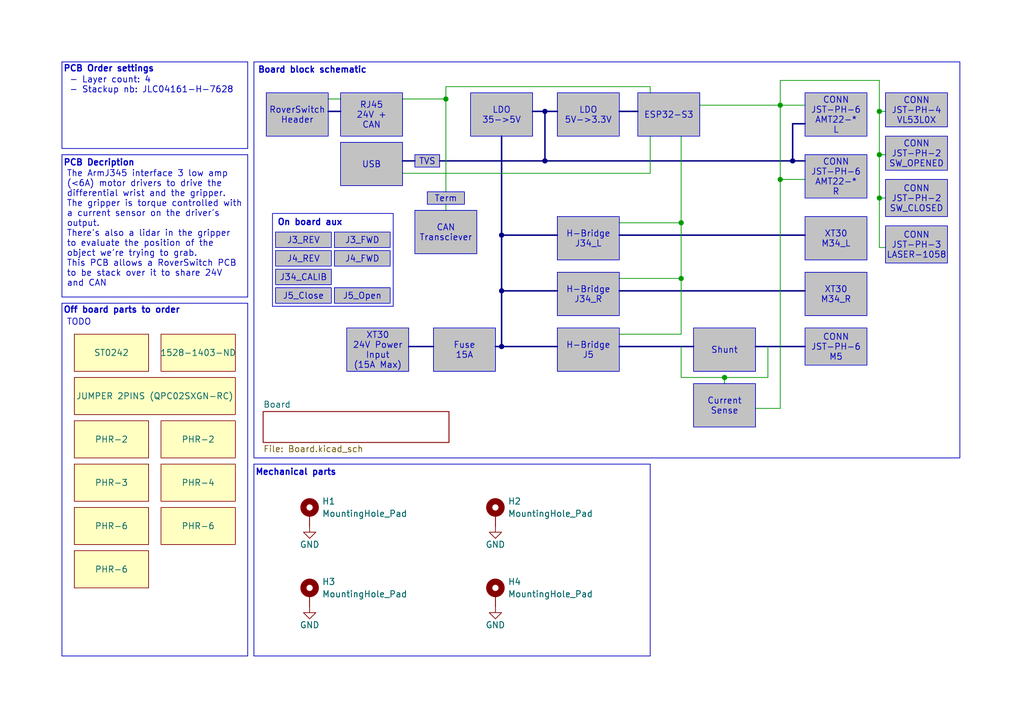
<source format=kicad_sch>
(kicad_sch (version 20231120) (generator "eeschema") (generator_version "8.0")
  (paper "A5")
  (title_block (title "${PROJECTNAME}") (date "2025-02-08") (rev "${REVISION}") (company "${GROUP_NAME}") (comment 1 "${AUTHOR}"))
  (lib_symbols
    (symbol "Off Board Part_1" (pin_names (offset 1.016)) (exclude_from_sim yes) (on_board no)
      (property "Value" "JUMPER 2PINS (QPC02SXGN-RC)" (at 0 0 0))
      (symbol "Off Board Part_1_1_1"
        (rectangle (start -16.51 3.81) (end 16.51 -3.81) (fill (type background)))
      )
    )
    (symbol "Off Board Part_2" (pin_names (offset 1.016)) (exclude_from_sim yes) (on_board no)
      (property "Value" "~" (at 0 0 0))
      (symbol "Off Board Part_2_1_1"
        (rectangle (start -7.62 3.81) (end 7.62 -3.81) (fill (type background)))
      )
    )
    (symbol "RoverLibrary:MountingHole_Pad" (pin_numbers hide) (pin_names (offset 1.016) hide) (exclude_from_sim yes) (in_bom no)
      (property "Reference" "H" (at 0 6.35 0))
      (property "Value" "MountingHole_Pad" (at 0 4.445 0))
      (symbol "MountingHole_Pad_0_1"
        (circle (center 0 1.27) (radius 1.27) (stroke (width 1.27)))
      )
      (symbol "MountingHole_Pad_1_1"
        (pin input line (at 0 -2.54 90) (length 2.54) (name "1") (number "1"))
      )
    )
    (symbol "RoverLibrary:Off Board Part" (pin_names (offset 1.016)) (exclude_from_sim yes) (on_board no)
      (property "Value" "~" (at 0 0 0))
      (symbol "Off Board Part_1_1"
        (rectangle (start -7.62 3.81) (end 7.62 -3.81) (fill (type background)))
      )
    )
    (symbol "power:GND" (power) (pin_numbers hide) (pin_names (offset 0) hide)
      (property "Value" "GND" (at 0 -3.81 0))
      (symbol "GND_0_1"
        (polyline (pts (xy 0 0) (xy 0 -1.27) (xy 1.27 -1.27) (xy 0 -2.54) (xy -1.27 -1.27) (xy 0 -1.27)))
      )
      (symbol "GND_1_1"
        (pin power_in line (at 0 0 270) (length 0) (name "~") (number "1"))
      )
    )
  )
  (junction (at 102.87 71.12))
  (junction (at 260.35 250.19))
  (junction (at 162.56 33.02))
  (junction (at 271.78 133.35))
  (junction (at 102.87 48.26))
  (junction (at 139.7 45.72))
  (junction (at 275.59 336.55))
  (junction (at 148.59 77.47))
  (junction (at 271.78 144.78))
  (junction (at 139.7 57.15))
  (junction (at 271.78 102.87))
  (junction (at 180.34 22.86))
  (junction (at 271.78 80.01))
  (junction (at 260.35 260.35))
  (junction (at 111.76 22.86))
  (junction (at 180.34 31.75))
  (junction (at 160.02 36.83))
  (junction (at 271.78 91.44))
  (junction (at 111.76 33.02))
  (junction (at 271.78 50.8))
  (junction (at 275.59 325.12))
  (junction (at 260.35 194.31))
  (junction (at 160.02 21.59))
  (junction (at 271.78 156.21))
  (junction (at 275.59 313.69))
  (junction (at 91.44 20.32))
  (junction (at 271.78 39.37))
  (junction (at 271.78 27.94))
  (junction (at 180.34 40.64))
  (junction (at 102.87 59.69))
  (bus (pts (xy 336.55 133.35) (xy 340.36 133.35)))
  (bus (pts (xy 353.06 144.78) (xy 356.87 144.78)))
  (bus (pts (xy 271.78 68.58) (xy 274.32 68.58)))
  (bus (pts (xy 260.35 182.88) (xy 266.7 182.88)))
  (bus (pts (xy 101.6 71.12) (xy 102.87 71.12)))
  (wire (pts (xy 180.34 40.64) (xy 181.61 40.64)))
  (bus (pts (xy 90.17 33.02) (xy 111.76 33.02)))
  (bus (pts (xy 260.35 271.78) (xy 262.89 271.78)))
  (wire (pts (xy 180.34 22.86) (xy 181.61 22.86)))
  (bus (pts (xy 271.78 80.01) (xy 271.78 91.44)))
  (bus (pts (xy 83.82 71.12) (xy 88.9 71.12)))
  (wire (pts (xy 180.34 16.51) (xy 180.34 22.86)))
  (wire (pts (xy 154.94 83.82) (xy 160.02 83.82)))
  (bus (pts (xy 102.87 48.26) (xy 114.3 48.26)))
  (bus (pts (xy 275.59 313.69) (xy 275.59 302.26)))
  (wire (pts (xy 160.02 21.59) (xy 160.02 36.83)))
  (bus (pts (xy 312.42 50.8) (xy 316.23 50.8)))
  (bus (pts (xy 109.22 22.86) (xy 111.76 22.86)))
  (bus (pts (xy 260.35 250.19) (xy 260.35 260.35)))
  (bus (pts (xy 313.69 102.87) (xy 317.5 102.87)))
  (wire (pts (xy 160.02 36.83) (xy 165.1 36.83)))
  (wire (pts (xy 133.35 17.78) (xy 133.35 19.05)))
  (wire (pts (xy 91.44 20.32) (xy 91.44 17.78)))
  (bus (pts (xy 162.56 33.02) (xy 162.56 25.4)))
  (bus (pts (xy 287.02 102.87) (xy 300.99 102.87)))
  (bus (pts (xy 260.35 260.35) (xy 262.89 260.35)))
  (wire (pts (xy 91.44 20.32) (xy 91.44 39.37)))
  (bus (pts (xy 271.78 39.37) (xy 271.78 27.94)))
  (bus (pts (xy 127 71.12) (xy 142.24 71.12)))
  (wire (pts (xy 143.51 21.59) (xy 160.02 21.59)))
  (bus (pts (xy 231.14 250.19) (xy 236.22 250.19)))
  (bus (pts (xy 260.35 250.19) (xy 262.89 250.19)))
  (bus (pts (xy 67.31 22.86) (xy 69.85 22.86)))
  (bus (pts (xy 287.02 80.01) (xy 300.99 80.01)))
  (bus (pts (xy 271.78 80.01) (xy 274.32 80.01)))
  (wire (pts (xy 139.7 77.47) (xy 139.7 71.12)))
  (bus (pts (xy 102.87 59.69) (xy 102.87 71.12)))
  (bus (pts (xy 162.56 25.4) (xy 165.1 25.4)))
  (bus (pts (xy 330.2 80.01) (xy 334.01 80.01)))
  (wire (pts (xy 67.31 20.32) (xy 69.85 20.32)))
  (bus (pts (xy 275.59 313.69) (xy 287.02 313.69)))
  (bus (pts (xy 336.55 144.78) (xy 340.36 144.78)))
  (bus (pts (xy 247.65 194.31) (xy 260.35 194.31)))
  (bus (pts (xy 353.06 156.21) (xy 356.87 156.21)))
  (bus (pts (xy 299.72 325.12) (xy 303.53 325.12)))
  (bus (pts (xy 271.78 68.58) (xy 271.78 80.01)))
  (bus (pts (xy 241.3 156.21) (xy 271.78 156.21)))
  (bus (pts (xy 82.55 33.02) (xy 85.09 33.02)))
  (bus (pts (xy 287.02 156.21) (xy 323.85 156.21)))
  (wire (pts (xy 139.7 77.47) (xy 148.59 77.47)))
  (bus (pts (xy 127 22.86) (xy 130.81 22.86)))
  (wire (pts (xy 160.02 21.59) (xy 165.1 21.59)))
  (bus (pts (xy 287.02 91.44) (xy 300.99 91.44)))
  (bus (pts (xy 330.2 102.87) (xy 334.01 102.87)))
  (bus (pts (xy 306.07 271.78) (xy 308.61 271.78)))
  (bus (pts (xy 271.78 39.37) (xy 271.78 50.8)))
  (bus (pts (xy 299.72 313.69) (xy 303.53 313.69)))
  (bus (pts (xy 260.35 205.74) (xy 266.7 205.74)))
  (bus (pts (xy 271.78 27.94) (xy 271.78 16.51)))
  (bus (pts (xy 313.69 68.58) (xy 317.5 68.58)))
  (bus (pts (xy 275.59 325.12) (xy 275.59 313.69)))
  (bus (pts (xy 275.59 325.12) (xy 287.02 325.12)))
  (bus (pts (xy 295.91 39.37) (xy 299.72 39.37)))
  (bus (pts (xy 336.55 121.92) (xy 340.36 121.92)))
  (bus (pts (xy 260.35 205.74) (xy 260.35 194.31)))
  (wire (pts (xy 127 57.15) (xy 139.7 57.15)))
  (wire (pts (xy 180.34 31.75) (xy 181.61 31.75)))
  (bus (pts (xy 271.78 91.44) (xy 274.32 91.44)))
  (bus (pts (xy 275.59 250.19) (xy 331.47 250.19)))
  (bus (pts (xy 275.59 302.26) (xy 287.02 302.26)))
  (bus (pts (xy 313.69 80.01) (xy 317.5 80.01)))
  (bus (pts (xy 275.59 260.35) (xy 326.39 260.35)))
  (bus (pts (xy 287.02 144.78) (xy 323.85 144.78)))
  (wire (pts (xy 82.55 20.32) (xy 91.44 20.32)))
  (bus (pts (xy 262.89 336.55) (xy 275.59 336.55)) (stroke (width 0.381)))
  (wire (pts (xy 148.59 77.47) (xy 148.59 78.74)))
  (bus (pts (xy 290.83 271.78) (xy 293.37 271.78)))
  (bus (pts (xy 336.55 156.21) (xy 340.36 156.21)))
  (bus (pts (xy 127 59.69) (xy 165.1 59.69)))
  (wire (pts (xy 91.44 17.78) (xy 133.35 17.78)))
  (bus (pts (xy 316.23 313.69) (xy 320.04 313.69)))
  (bus (pts (xy 260.35 260.35) (xy 260.35 271.78)))
  (bus (pts (xy 245.11 336.55) (xy 250.19 336.55)))
  (bus (pts (xy 111.76 33.02) (xy 162.56 33.02)))
  (wire (pts (xy 148.59 77.47) (xy 157.48 77.47)))
  (bus (pts (xy 271.78 16.51) (xy 283.21 16.51)))
  (bus (pts (xy 313.69 91.44) (xy 317.5 91.44)))
  (bus (pts (xy 271.78 144.78) (xy 274.32 144.78)))
  (bus (pts (xy 271.78 121.92) (xy 271.78 133.35)))
  (bus (pts (xy 295.91 27.94) (xy 299.72 27.94)))
  (bus (pts (xy 287.02 121.92) (xy 290.83 121.92)))
  (bus (pts (xy 248.92 250.19) (xy 260.35 250.19)))
  (bus (pts (xy 162.56 33.02) (xy 165.1 33.02)))
  (bus (pts (xy 271.78 133.35) (xy 274.32 133.35)))
  (wire (pts (xy 160.02 16.51) (xy 180.34 16.51)))
  (wire (pts (xy 139.7 27.94) (xy 139.7 45.72)))
  (bus (pts (xy 271.78 39.37) (xy 283.21 39.37)))
  (bus (pts (xy 326.39 252.73) (xy 331.47 252.73)))
  (bus (pts (xy 275.59 325.12) (xy 275.59 336.55)))
  (bus (pts (xy 303.53 121.92) (xy 307.34 121.92)))
  (bus (pts (xy 330.2 91.44) (xy 334.01 91.44)))
  (bus (pts (xy 287.02 133.35) (xy 323.85 133.35)))
  (bus (pts (xy 260.35 240.03) (xy 262.89 240.03)))
  (wire (pts (xy 133.35 27.94) (xy 133.35 35.56)))
  (wire (pts (xy 91.44 41.91) (xy 91.44 43.18)))
  (bus (pts (xy 275.59 336.55) (xy 287.02 336.55)))
  (bus (pts (xy 111.76 33.02) (xy 111.76 22.86)))
  (bus (pts (xy 241.3 102.87) (xy 271.78 102.87)))
  (bus (pts (xy 326.39 260.35) (xy 326.39 252.73)))
  (wire (pts (xy 180.34 22.86) (xy 180.34 31.75)))
  (bus (pts (xy 127 48.26) (xy 165.1 48.26)))
  (bus (pts (xy 102.87 71.12) (xy 114.3 71.12)))
  (bus (pts (xy 260.35 194.31) (xy 266.7 194.31)))
  (wire (pts (xy 181.61 50.8) (xy 180.34 50.8)))
  (bus (pts (xy 275.59 240.03) (xy 326.39 240.03)))
  (bus (pts (xy 260.35 182.88) (xy 260.35 194.31)))
  (bus (pts (xy 271.78 50.8) (xy 283.21 50.8)))
  (bus (pts (xy 312.42 27.94) (xy 316.23 27.94)))
  (bus (pts (xy 271.78 156.21) (xy 274.32 156.21)))
  (bus (pts (xy 330.2 68.58) (xy 334.01 68.58)))
  (bus (pts (xy 312.42 39.37) (xy 316.23 39.37)))
  (bus (pts (xy 102.87 27.94) (xy 102.87 48.26)))
  (bus (pts (xy 287.02 68.58) (xy 300.99 68.58)))
  (bus (pts (xy 326.39 247.65) (xy 331.47 247.65)))
  (wire (pts (xy 82.55 35.56) (xy 133.35 35.56)))
  (wire (pts (xy 127 68.58) (xy 139.7 68.58)))
  (bus (pts (xy 279.4 182.88) (xy 290.83 182.88)))
  (bus (pts (xy 279.4 205.74) (xy 290.83 205.74)))
  (wire (pts (xy 139.7 57.15) (xy 139.7 68.58)))
  (wire (pts (xy 127 45.72) (xy 139.7 45.72)))
  (wire (pts (xy 180.34 31.75) (xy 180.34 40.64)))
  (bus (pts (xy 326.39 240.03) (xy 326.39 247.65)))
  (bus (pts (xy 299.72 336.55) (xy 303.53 336.55)))
  (bus (pts (xy 271.78 102.87) (xy 274.32 102.87)))
  (bus (pts (xy 271.78 27.94) (xy 283.21 27.94)))
  (bus (pts (xy 316.23 336.55) (xy 320.04 336.55)))
  (bus (pts (xy 102.87 59.69) (xy 114.3 59.69)))
  (bus (pts (xy 260.35 250.19) (xy 260.35 240.03)))
  (bus (pts (xy 102.87 59.69) (xy 102.87 48.26)))
  (bus (pts (xy 316.23 325.12) (xy 320.04 325.12)))
  (wire (pts (xy 160.02 21.59) (xy 160.02 16.51)))
  (bus (pts (xy 111.76 22.86) (xy 114.3 22.86)))
  (wire (pts (xy 139.7 45.72) (xy 139.7 57.15)))
  (bus (pts (xy 271.78 121.92) (xy 274.32 121.92)))
  (bus (pts (xy 259.08 50.8) (xy 271.78 50.8)) (stroke (width 0.381)))
  (bus (pts (xy 353.06 133.35) (xy 356.87 133.35)))
  (bus (pts (xy 271.78 133.35) (xy 271.78 144.78)))
  (bus (pts (xy 295.91 50.8) (xy 299.72 50.8)))
  (wire (pts (xy 157.48 77.47) (xy 157.48 71.12)))
  (bus (pts (xy 271.78 91.44) (xy 271.78 102.87)))
  (bus (pts (xy 271.78 144.78) (xy 271.78 156.21)))
  (bus (pts (xy 154.94 71.12) (xy 165.1 71.12)))
  (wire (pts (xy 160.02 36.83) (xy 160.02 83.82)))
  (bus (pts (xy 275.59 271.78) (xy 278.13 271.78)))
  (bus (pts (xy 241.3 50.8) (xy 246.38 50.8)))
  (wire (pts (xy 180.34 40.64) (xy 180.34 50.8)))
  (bus (pts (xy 353.06 121.92) (xy 356.87 121.92)))
  (bus (pts (xy 320.04 121.92) (xy 323.85 121.92)))
  (rectangle (start 52.07 12.7) (end 196.85 93.98))
  (rectangle (start 12.7 12.7) (end 50.8 30.48))
  (rectangle (start 52.07 95.25) (end 133.35 134.62))
  (text_box "Fuse\n4A" (at 274.32 75.565 0) (size 12.7 8.89) (fill (type color) (color 194 194 194 1)) (effects (font (size 1.27 1.27))))
  (text_box "Fuse\n2A" (at 274.32 64.135 0) (size 12.7 8.89) (fill (type color) (color 194 194 194 1)) (effects (font (size 1.27 1.27))))
  (text_box "Fuse\n4A" (at 274.32 98.425 0) (size 12.7 8.89) (fill (type color) (color 194 194 194 1)) (effects (font (size 1.27 1.27))))
  (text_box "XT30\nM5\n(15A)" (at 303.53 332.105 0) (size 12.7 8.89) (fill (type color) (color 194 194 194 1)) (effects (font (size 1.27 1.27))))
  (text_box "Motor\n(Stall 4A)" (at 320.04 332.105 0) (size 12.7 8.89) (fill (type color) (color 194 194 194 1)) (effects (font (size 1.27 1.27))))
  (text_box "Fuse\n4A" (at 274.32 140.335 0) (size 12.7 8.89) (fill (type color) (color 194 194 194 1)) (effects (font (size 1.27 1.27))))
  (text_box "H-Bridge J34_R\n(6A)" (at 323.85 140.335 0) (size 12.7 8.89) (fill (type color) (color 194 194 194 1)) (effects (font (size 1.27 1.27))))
  (text_box "DC-DC" (at 278.13 267.335 0) (size 12.7 8.89) (fill (type color) (color 194 194 194 1)) (effects (font (size 1.27 1.27))))
  (text_box "J5_Open" (at 68.58 59.055 0) (size 11.43 3.175) (fill (type color) (color 194 194 194 1)) (effects (font (size 1.27 1.27))))
  (text_box "H-Bridge J34_L\n(6A)" (at 283.21 23.495 0) (size 12.7 8.89) (fill (type color) (color 194 194 194 1)) (effects (font (size 1.27 1.27))))
  (text_box "H-Bridge J5" (at 114.3 67.31 0) (size 12.7 8.89) (fill (type color) (color 194 194 194 1)) (effects (font (size 1.27 1.27))))
  (text_box "XT30\nM34_L\n(15A)" (at 340.36 128.905 0) (size 12.7 8.89) (fill (type color) (color 194 194 194 1)) (effects (font (size 1.27 1.27))))
  (text_box "XT30\nM34_L\n(15A)" (at 317.5 75.565 0) (size 12.7 8.89) (fill (type color) (color 194 194 194 1)) (effects (font (size 1.27 1.27))))
  (text_box "XT30\nM5\n(15A)" (at 299.72 46.355 0) (size 12.7 8.89) (fill (type color) (color 194 194 194 1)) (effects (font (size 1.27 1.27))))
  (text_box "Cytron MDD20A" (at 254 173.99 0) (size 32.385 38.1) (fill (type color) (color 194 194 194 1)) (effects (font (size 1.27 1.27)) (justify left top)))
  (text_box "XT30\nM5\n(15A)" (at 340.36 151.765 0) (size 12.7 8.89) (fill (type color) (color 194 194 194 1)) (effects (font (size 1.27 1.27))))
  (text_box "Motor\n(Stall 4A)" (at 356.87 140.335 0) (size 12.7 8.89) (fill (type color) (color 194 194 194 1)) (effects (font (size 1.27 1.27))))
  (text_box "uC" (at 356.87 117.475 0) (size 12.7 8.89) (fill (type color) (color 194 194 194 1)) (effects (font (size 1.27 1.27))))
  (text_box "H-Bridge J34_R\n(6A)" (at 287.02 320.675 0) (size 12.7 8.89) (fill (type color) (color 194 194 194 1)) (effects (font (size 1.27 1.27))))
  (text_box "Fuse\n2A" (at 307.34 117.475 0) (size 12.7 8.89) (fill (type color) (color 194 194 194 1)) (effects (font (size 1.27 1.27))))
  (text_box "Fuse\n4A" (at 274.32 151.765 0) (size 12.7 8.89) (fill (type color) (color 194 194 194 1)) (effects (font (size 1.27 1.27))))
  (text_box "H-Bridge J5\n(6A)" (at 323.85 151.765 0) (size 12.7 8.89) (fill (type color) (color 194 194 194 1)) (effects (font (size 1.27 1.27))))
  (text_box "XT30\n24V Power Input\n(15A Max)" (at 228.6 152.4 0) (size 12.7 8.89) (fill (type color) (color 194 194 194 1)) (effects (font (size 1.27 1.27))))
  (text_box "H-Bridge J34_R\n(6A)" (at 300.99 86.995 0) (size 12.7 8.89) (fill (type color) (color 194 194 194 1)) (effects (font (size 1.27 1.27))))
  (text_box "C3: Compliant with rule 4.1 and definition #3 (from my understanding)" (at 226.695 112.395 0) (size 154.305 51.435) (effects (font (size 1.27 1.27)) (justify left top)))
  (text_box "XT30\nM34_L\n(15A)" (at 303.53 309.245 0) (size 12.7 8.89) (fill (type color) (color 194 194 194 1)) (effects (font (size 1.27 1.27))))
  (text_box "Fuse\n15A" (at 88.9 67.31 0) (size 12.7 8.89) (fill (type color) (color 194 194 194 1)) (effects (font (size 1.27 1.27))))
  (text_box "XT30\n24V Power Input\n(15A Max)" (at 228.6 46.99 0) (size 12.7 8.89) (fill (type color) (color 194 194 194 1)) (effects (font (size 1.27 1.27))))
  (text_box "Shunt" (at 142.24 67.31 0) (size 12.7 8.89) (fill (type color) (color 194 194 194 1)) (effects (font (size 1.27 1.27))))
  (text_box "C1: Not compliant with rule 4.1 (from my understanding)" (at 226.695 8.89 0) (size 109.855 48.26) (effects (font (size 1.27 1.27)) (justify left top)))
  (text_box "XT30\nM34_L" (at 165.1 44.45 0) (size 12.7 8.89) (fill (type color) (color 194 194 194 1)) (effects (font (size 1.27 1.27))))
  (text_box "H-Bridge J34_L\n(6A)" (at 300.99 75.565 0) (size 12.7 8.89) (fill (type color) (color 194 194 194 1)) (effects (font (size 1.27 1.27))))
  (text_box "H-Bridge J34_R\n(6A)" (at 283.21 34.925 0) (size 12.7 8.89) (fill (type color) (color 194 194 194 1)) (effects (font (size 1.27 1.27))))
  (text_box "C5: By experience this would pass inspection (last year winning rover has this circuit multiple time if I recall correctly). But it doesn't seem compliant with 4.1 because of definition #3 (from my understanding)\n(This block diagram was made just by looking at picture of the board, it might not be very accurate)" (at 226.695 219.075 0) (size 120.015 64.135) (effects (font (size 1.27 1.27)) (justify left top)))
  (text_box "RoverSwitch Header" (at 54.61 19.05 0) (size 12.7 8.89) (fill (type color) (color 194 194 194 1)) (effects (font (size 1.27 1.27))))
  (text_box "Logic Circuit" (at 266.7 189.865 0) (size 12.7 8.89) (fill (type color) (color 194 194 194 1)) (effects (font (size 1.27 1.27))))
  (text_box "CONN\nJST-PH-2\nSW_OPENED" (at 181.61 27.94 0) (size 12.7 6.985) (fill (type color) (color 194 194 194 1)) (effects (font (size 1.27 1.27))))
  (text_box "RJ45\n24V + CAN" (at 69.85 19.05 0) (size 12.7 8.89) (fill (type color) (color 194 194 194 1)) (effects (font (size 1.27 1.27))))
  (text_box "Fuse\n4A" (at 274.32 128.905 0) (size 12.7 8.89) (fill (type color) (color 194 194 194 1)) (effects (font (size 1.27 1.27))))
  (text_box "Term" (at 87.63 39.37 0) (size 7.62 2.54) (fill (type color) (color 194 194 194 1)) (effects (font (size 1.27 1.27))))
  (text_box "XT30\n24V Power Input\n(15A Max)" (at 232.41 332.74 0) (size 12.7 8.89) (fill (type color) (color 194 194 194 1)) (effects (font (size 1.27 1.27))))
  (text_box "uC" (at 334.01 64.77 0) (size 12.7 8.89) (fill (type color) (color 194 194 194 1)) (effects (font (size 1.27 1.27))))
  (text_box "J4_FWD" (at 68.58 51.435 0) (size 11.43 3.175) (fill (type color) (color 194 194 194 1)) (effects (font (size 1.27 1.27))))
  (text_box "XT30\n24V Power Input\n(15A Max)" (at 71.12 67.31 0) (size 12.7 8.89) (fill (type color) (color 194 194 194 1)) (effects (font (size 1.27 1.27))))
  (text_box "Driver 1\n(20A)" (at 266.7 178.435 0) (size 12.7 8.89) (fill (type color) (color 194 194 194 1)) (effects (font (size 1.27 1.27))))
  (text_box "TVS" (at 85.09 31.75 0) (size 5.08 2.54) (fill (type color) (color 194 194 194 1)) (effects (font (size 1.27 1.27))))
  (text_box "XT30\n24V Power Input\n(15A Max)" (at 228.6 99.06 0) (size 12.7 8.89) (fill (type color) (color 194 194 194 1)) (effects (font (size 1.27 1.27))))
  (text_box "XT30\nM34_L\n(15A)" (at 299.72 23.495 0) (size 12.7 8.89) (fill (type color) (color 194 194 194 1)) (effects (font (size 1.27 1.27))))
  (text_box "J5_Close" (at 56.515 59.055 0) (size 11.43 3.175) (fill (type color) (color 194 194 194 1)) (effects (font (size 1.27 1.27))))
  (text_box "ODrive S1" (at 256.54 231.14 0) (size 72.39 49.53) (fill (type color) (color 194 194 194 1)) (effects (font (size 1.27 1.27)) (justify left top)))
  (text_box "C4: By experience I think this would pass inspection. But isn't compliant with 4.1 (from my understanding)" (at 226.695 165.735 0) (size 82.55 51.435) (effects (font (size 1.27 1.27)) (justify left top)))
  (text_box "C6: Doesn't seem compliant when it's a custom board but seems like it would be compliant if it was an aftermarket board. (Basically, we'd like to be able to do this)" (at 226.695 285.115 0) (size 120.015 64.135) (effects (font (size 1.27 1.27)) (justify left top)))
  (text_box "\nThe ArmJ345 interface 3 low amp (<6A) motor drivers to drive the differential wrist and the gripper.\nThe gripper is torque controlled with a current sensor on the driver's output.\nThere's also a lidar in the gripper to evaluate the position of the object we're trying to grab.\nThis PCB allows a RoverSwitch PCB to be stack over it to share 24V and CAN\n" (at 12.7 31.75 0) (size 38.1 29.21) (effects (font (size 1.27 1.27)) (justify left top)))
  (text_box "Half Bridge\n(40A)\n" (at 262.89 234.95 0) (size 12.7 8.89) (fill (type color) (color 194 194 194 1)) (effects (font (size 1.27 1.27))))
  (text_box "Inline Fuse\n10A" (at 236.22 245.745 0) (size 12.7 8.89) (fill (type color) (color 194 194 194 1)) (effects (font (size 1.27 1.27))))
  (text_box "Inline Fuse\n8A" (at 234.95 189.23 0) (size 12.7 8.89) (fill (type color) (color 194 194 194 1)) (effects (font (size 1.27 1.27))))
  (text_box "LDO" (at 323.85 117.475 0) (size 12.7 8.89) (fill (type color) (color 194 194 194 1)) (effects (font (size 1.27 1.27))))
  (text_box "CONN\nJST-PH-6\nM5" (at 165.1 67.31 0) (size 12.7 7.62) (fill (type color) (color 194 194 194 1)) (effects (font (size 1.27 1.27))))
  (text_box "H-Bridge J34_L" (at 114.3 44.45 0) (size 12.7 8.89) (fill (type color) (color 194 194 194 1)) (effects (font (size 1.27 1.27))))
  (text_box "H-Bridge J34_R" (at 114.3 55.88 0) (size 12.7 8.89) (fill (type color) (color 194 194 194 1)) (effects (font (size 1.27 1.27))))
  (text_box "LDO" (at 293.37 267.335 0) (size 12.7 8.89) (fill (type color) (color 194 194 194 1)) (effects (font (size 1.27 1.27))))
  (text_box "J3_REV" (at 56.515 47.625 0) (size 11.43 3.175) (fill (type color) (color 194 194 194 1)) (effects (font (size 1.27 1.27))))
  (text_box "J3_FWD" (at 68.58 47.625 0) (size 11.43 3.175) (fill (type color) (color 194 194 194 1)) (effects (font (size 1.27 1.27))))
  (text_box "Motor\n(Stall 4A)" (at 320.04 320.675 0) (size 12.7 8.89) (fill (type color) (color 194 194 194 1)) (effects (font (size 1.27 1.27))))
  (text_box "XT30\nM34_R" (at 165.1 55.88 0) (size 12.7 8.89) (fill (type color) (color 194 194 194 1)) (effects (font (size 1.27 1.27))))
  (text_box "Motor\n(Stall 4A)" (at 316.23 34.925 0) (size 12.7 8.89) (fill (type color) (color 194 194 194 1)) (effects (font (size 1.27 1.27))))
  (text_box "Driver 2\n(20A)" (at 266.7 201.295 0) (size 12.7 8.89) (fill (type color) (color 194 194 194 1)) (effects (font (size 1.27 1.27))))
  (text_box "XT30\nM34_R\n(15A)" (at 303.53 320.675 0) (size 12.7 8.89) (fill (type color) (color 194 194 194 1)) (effects (font (size 1.27 1.27))))
  (text_box "CONN\nJST-PH-4\nVL53L0X" (at 181.61 19.05 0) (size 12.7 6.985) (fill (type color) (color 194 194 194 1)) (effects (font (size 1.27 1.27))))
  (text_box "DC-DC" (at 262.89 267.335 0) (size 12.7 8.89) (fill (type color) (color 194 194 194 1)) (effects (font (size 1.27 1.27))))
  (text_box "CAN Transciever" (at 85.09 43.18 0) (size 12.7 8.89) (fill (type color) (color 194 194 194 1)) (effects (font (size 1.27 1.27))))
  (text_box "DC-DC" (at 300.99 64.77 0) (size 12.7 8.89) (fill (type color) (color 194 194 194 1)) (effects (font (size 1.27 1.27))))
  (text_box "Half Bridge\n(40A)\n" (at 262.89 256.54 0) (size 12.7 8.89) (fill (type color) (color 194 194 194 1)) (effects (font (size 1.27 1.27))))
  (text_box "XT30\nM34_R\n(15A)" (at 317.5 86.995 0) (size 12.7 8.89) (fill (type color) (color 194 194 194 1)) (effects (font (size 1.27 1.27))))
  (text_box "LDO" (at 317.5 64.77 0) (size 12.7 8.89) (fill (type color) (color 194 194 194 1)) (effects (font (size 1.27 1.27))))
  (text_box "Motor\n(Stall 4A)" (at 290.83 201.93 0) (size 12.7 7.62) (fill (type color) (color 194 194 194 1)) (effects (font (size 1.27 1.27))))
  (text_box "CONN JST-PH-6\nAMT22-*\nL" (at 165.1 19.05 0) (size 12.7 8.89) (fill (type color) (color 194 194 194 1)) (effects (font (size 1.27 1.27))))
  (text_box "Motor\n(Stall 4A)" (at 356.87 128.905 0) (size 12.7 8.89) (fill (type color) (color 194 194 194 1)) (effects (font (size 1.27 1.27))))
  (text_box "XT30\nM34_R\n(15A)" (at 299.72 34.925 0) (size 12.7 8.89) (fill (type color) (color 194 194 194 1)) (effects (font (size 1.27 1.27))))
  (text_box "On board aux" (at 55.88 43.815 0) (size 24.765 19.05) (effects (font (size 1.27 1.27) (thickness 0.254) (bold yes)) (justify left top)))
  (text_box "Motor\n(Stall 4A)" (at 334.01 98.425 0) (size 12.7 8.89) (fill (type color) (color 194 194 194 1)) (effects (font (size 1.27 1.27))))
  (text_box "J34_CALIB" (at 56.515 55.245 0) (size 11.43 3.175) (fill (type color) (color 194 194 194 1)) (effects (font (size 1.27 1.27))))
  (text_box "Current Sense" (at 142.24 78.74 0) (size 12.7 8.89) (fill (type color) (color 194 194 194 1)) (effects (font (size 1.27 1.27))))
  (text_box "H-Bridge J5\n(6A)" (at 287.02 332.105 0) (size 12.7 8.89) (fill (type color) (color 194 194 194 1)) (effects (font (size 1.27 1.27))))
  (text_box "XT30\nM5\n(15A)" (at 317.5 98.425 0) (size 12.7 8.89) (fill (type color) (color 194 194 194 1)) (effects (font (size 1.27 1.27))))
  (text_box "Motor\n(Stall 4A)" (at 316.23 46.355 0) (size 12.7 8.89) (fill (type color) (color 194 194 194 1)) (effects (font (size 1.27 1.27))))
  (text_box "\nTODO" (at 12.7 62.23 0) (size 38.1 72.39) (effects (font (size 1.27 1.27)) (justify left top)))
  (text_box "Fuse\n2A" (at 274.32 117.475 0) (size 12.7 8.89) (fill (type color) (color 194 194 194 1)) (effects (font (size 1.27 1.27))))
  (text_box "Motor\n(Stall 4A)" (at 290.83 179.07 0) (size 12.7 7.62) (fill (type color) (color 194 194 194 1)) (effects (font (size 1.27 1.27))))
  (text_box "CONN\nJST-PH-3\nLASER-1058" (at 181.61 46.355 0) (size 12.7 7.62) (fill (type color) (color 194 194 194 1)) (effects (font (size 1.27 1.27))))
  (text_box "Fuse\n2A" (at 340.36 117.475 0) (size 12.7 8.89) (fill (type color) (color 194 194 194 1)) (effects (font (size 1.27 1.27))))
  (text_box "H-Bridge J34_L\n(6A)" (at 323.85 128.905 0) (size 12.7 8.89) (fill (type color) (color 194 194 194 1)) (effects (font (size 1.27 1.27))))
  (text_box "LDO 5V->3.3V" (at 114.3 19.05 0) (size 12.7 8.89) (fill (type color) (color 194 194 194 1)) (effects (font (size 1.27 1.27))))
  (text_box "Custom Board" (at 244.475 294.64 0) (size 61.595 49.53) (fill (type color) (color 194 194 194 1)) (effects (font (size 1.27 1.27)) (justify left top)))
  (text_box "Motor\n(Stall 4A)" (at 356.87 151.765 0) (size 12.7 8.89) (fill (type color) (color 194 194 194 1)) (effects (font (size 1.27 1.27))))
  (text_box "Fuse\n15A" (at 246.38 46.99 0) (size 12.7 8.89) (fill (type color) (color 194 194 194 1)) (effects (font (size 1.27 1.27))))
  (text_box "BLDC \n(10A)" (at 331.47 245.745 0) (size 12.7 8.89) (fill (type color) (color 194 194 194 1)) (effects (font (size 1.27 1.27))))
  (text_box "J4_REV" (at 56.515 51.435 0) (size 11.43 3.175) (fill (type color) (color 194 194 194 1)) (effects (font (size 1.27 1.27))))
  (text_box "CONN\nJST-PH-2\nSW_CLOSED" (at 181.61 36.83 0) (size 12.7 7.62) (fill (type color) (color 194 194 194 1)) (effects (font (size 1.27 1.27))))
  (text_box "uC" (at 283.21 12.7 0) (size 12.7 8.89) (fill (type color) (color 194 194 194 1)) (effects (font (size 1.27 1.27))))
  (text_box "Fuse\n4A" (at 274.32 86.995 0) (size 12.7 8.89) (fill (type color) (color 194 194 194 1)) (effects (font (size 1.27 1.27))))
  (text_box "ESP32-S3" (at 130.81 19.05 0) (size 12.7 8.89) (fill (type color) (color 194 194 194 1)) (effects (font (size 1.27 1.27))))
  (text_box "H-Bridge J5\n(6A)" (at 300.99 98.425 0) (size 12.7 8.89) (fill (type color) (color 194 194 194 1)) (effects (font (size 1.27 1.27))))
  (text_box "Motor\n(Stall 4A)" (at 334.01 86.995 0) (size 12.7 8.89) (fill (type color) (color 194 194 194 1)) (effects (font (size 1.27 1.27))))
  (text_box "Half Bridge\n(40A)\n" (at 262.89 245.745 0) (size 12.7 8.89) (fill (type color) (color 194 194 194 1)) (effects (font (size 1.27 1.27))))
  (text_box "C2: Not compliant with rule 4.1 and definition #3 (from my understanding)" (at 226.695 59.055 0) (size 128.905 51.435) (effects (font (size 1.27 1.27)) (justify left top)))
  (text_box "Motor\n(Stall 4A)" (at 320.04 309.245 0) (size 12.7 8.89) (fill (type color) (color 194 194 194 1)) (effects (font (size 1.27 1.27))))
  (text_box "uC" (at 287.02 298.45 0) (size 12.7 8.89) (fill (type color) (color 194 194 194 1)) (effects (font (size 1.27 1.27))))
  (text_box "Motor\n(Stall 4A)" (at 334.01 75.565 0) (size 12.7 8.89) (fill (type color) (color 194 194 194 1)) (effects (font (size 1.27 1.27))))
  (text_box "XT30\nM34_R\n(15A)" (at 340.36 140.335 0) (size 12.7 8.89) (fill (type color) (color 194 194 194 1)) (effects (font (size 1.27 1.27))))
  (text_box "Motor\n(Stall 4A)" (at 316.23 23.495 0) (size 12.7 8.89) (fill (type color) (color 194 194 194 1)) (effects (font (size 1.27 1.27))))
  (text_box "Fuse\n12A" (at 250.19 332.74 0) (size 12.7 8.89) (fill (type color) (color 194 194 194 1)) (effects (font (size 1.27 1.27))))
  (text_box "USB" (at 69.85 29.21 0) (size 12.7 8.89) (fill (type color) (color 194 194 194 1)) (effects (font (size 1.27 1.27))))
  (text_box "STM32" (at 308.61 267.335 0) (size 12.7 8.89) (fill (type color) (color 194 194 194 1)) (effects (font (size 1.27 1.27))))
  (text_box "CONN JST-PH-6\nAMT22-*\nR" (at 165.1 31.75 0) (size 12.7 8.89) (fill (type color) (color 194 194 194 1)) (effects (font (size 1.27 1.27))))
  (text_box "H-Bridge J5\n(6A)" (at 283.21 46.355 0) (size 12.7 8.89) (fill (type color) (color 194 194 194 1)) (effects (font (size 1.27 1.27))))
  (text_box "LDO 35->5V" (at 96.52 19.05 0) (size 12.7 8.89) (fill (type color) (color 194 194 194 1)) (effects (font (size 1.27 1.27))))
  (text_box "DC-DC" (at 290.83 117.475 0) (size 12.7 8.89) (fill (type color) (color 194 194 194 1)) (effects (font (size 1.27 1.27))))
  (text_box "H-Bridge J34_L\n(6A)" (at 287.02 309.245 0) (size 12.7 8.89) (fill (type color) (color 194 194 194 1)) (effects (font (size 1.27 1.27))))
  (text "4A Trace" (at 287.274 78.994 0) (effects (font (size 1.27 1.27)) (justify left)))
  (text "4A Trace" (at 287.528 155.194 0) (effects (font (size 1.27 1.27)) (justify left)))
  (text "4A Trace" (at 276.098 312.674 0) (effects (font (size 1.27 1.27)) (justify left)))
  (text "4A Trace" (at 287.274 132.334 0) (effects (font (size 1.27 1.27)) (justify left)))
  (text "4A Trace" (at 272.542 49.784 0) (effects (font (size 1.27 1.27)) (justify left)))
  (text "Off board parts to order" (at 12.954 63.754 0) (effects (font (size 1.27 1.27) (thickness 0.254) (bold yes)) (justify left)))
  (text "15A Trace" (at 259.334 101.854 0) (effects (font (size 1.27 1.27)) (justify left)))
  (text "Mechanical parts" (at 52.324 97.028 0) (effects (font (size 1.27 1.27) (thickness 0.254) (bold yes)) (justify left)))
  (text "0.2A Trace" (at 287.274 67.564 0) (effects (font (size 1.27 1.27)) (justify left)))
  (text "4A Trace" (at 276.098 324.358 0) (effects (font (size 1.27 1.27)) (justify left)))
  (text "15A Trace" (at 259.334 155.194 0) (effects (font (size 1.27 1.27)) (justify left)))
  (text "4A Trace" (at 272.288 38.608 0) (effects (font (size 1.27 1.27)) (justify left)))
  (text "4A Trace" (at 272.288 26.924 0) (effects (font (size 1.27 1.27)) (justify left)))
  (text "- Layer count: 4\n- Stackup nb: JLC04161-H-7628\n" (at 14.224 15.748 0) (effects (font (size 1.27 1.27) (thickness 0.1588)) (justify left top)))
  (text "0.2A Trace" (at 276.098 301.244 0) (effects (font (size 1.27 1.27)) (justify left)))
  (text "4A Trace" (at 287.274 144.018 0) (effects (font (size 1.27 1.27)) (justify left)))
  (text "2A Trace" (at 272.288 15.494 0) (effects (font (size 1.27 1.27)) (justify left)))
  (text "PCB Decription" (at 12.954 33.528 0) (effects (font (size 1.27 1.27) (thickness 0.254) (bold yes)) (justify left)))
  (text "4A Trace" (at 287.274 90.678 0) (effects (font (size 1.27 1.27)) (justify left)))
  (text "Board block schematic" (at 52.832 14.478 0) (effects (font (size 1.27 1.27) (thickness 0.254) (bold yes)) (justify left)))
  (text "4A Trace" (at 276.352 335.534 0) (effects (font (size 1.27 1.27)) (justify left)))
  (text "PCB Order settings" (at 12.954 14.224 0) (effects (font (size 1.27 1.27) (thickness 0.254) (bold yes)) (justify left)))
  (text "4A Trace" (at 287.528 101.854 0) (effects (font (size 1.27 1.27)) (justify left)))
  (text "12.2A Trace" (at 263.144 335.534 0) (effects (font (size 1.27 1.27)) (justify left)))
  (text "15A Trace" (at 259.334 49.784 0) (effects (font (size 1.27 1.27)) (justify left)))
  (symbol (lib_id "RoverLibrary:MountingHole_Pad") (at 63.5 121.92 0) (unit 1) (exclude_from_sim yes) (in_bom no)
    (property "Reference" "H3" (at 66.04 119.3799 0) (effects (justify left)))
    (property "Value" "MountingHole_Pad" (at 66.04 121.9199 0) (effects (justify left)))
    (property "Footprint" "MountingHole:MountingHole_3.2mm_M3_DIN965_Pad_TopBottom" (effects (hide yes)))
    (property "Description" "Mounting Hole with connection" (effects (hide yes)))
  )
  (symbol (lib_id "RoverLibrary:MountingHole_Pad") (at 63.5 105.41 0) (unit 1) (exclude_from_sim yes) (in_bom no)
    (property "Reference" "H1" (at 66.04 102.8699 0) (effects (justify left)))
    (property "Value" "MountingHole_Pad" (at 66.04 105.4099 0) (effects (justify left)))
    (property "Footprint" "MountingHole:MountingHole_3.2mm_M3_DIN965_Pad_TopBottom" (effects (hide yes)))
    (property "Description" "Mounting Hole with connection" (effects (hide yes)))
  )
  (symbol (lib_id "power:GND") (at 101.6 124.46 0) (unit 1)
    (property "Reference" "#PWR04" (effects (hide yes)))
    (property "Value" "GND" (at 101.6 128.27 0))
    (property "Description" "Power symbol creates a global label with name \"GND\" , ground" (effects (hide yes)))
  )
  (symbol (lib_id "RoverLibrary:MountingHole_Pad") (at 101.6 105.41 0) (unit 1) (exclude_from_sim yes) (in_bom no)
    (property "Reference" "H2" (at 104.14 102.8699 0) (effects (justify left)))
    (property "Value" "MountingHole_Pad" (at 104.14 105.4099 0) (effects (justify left)))
    (property "Footprint" "MountingHole:MountingHole_3.2mm_M3_DIN965_Pad_TopBottom" (effects (hide yes)))
    (property "Description" "Mounting Hole with connection" (effects (hide yes)))
  )
  (symbol (lib_id "power:GND") (at 63.5 107.95 0) (unit 1)
    (property "Reference" "#PWR01" (effects (hide yes)))
    (property "Value" "GND" (at 63.5 111.76 0))
    (property "Description" "Power symbol creates a global label with name \"GND\" , ground" (effects (hide yes)))
  )
  (symbol (lib_id "RoverLibrary:MountingHole_Pad") (at 101.6 121.92 0) (unit 1) (exclude_from_sim yes) (in_bom no)
    (property "Reference" "H4" (at 104.14 119.3799 0) (effects (justify left)))
    (property "Value" "MountingHole_Pad" (at 104.14 121.9199 0) (effects (justify left)))
    (property "Footprint" "MountingHole:MountingHole_3.2mm_M3_DIN965_Pad_TopBottom" (effects (hide yes)))
    (property "Description" "Mounting Hole with connection" (effects (hide yes)))
  )
  (symbol (lib_name "Off Board Part_2") (lib_id "RoverLibrary:Off Board Part") (at 40.64 72.39 0) (unit 1) (exclude_from_sim yes) (on_board no)
    (property "Reference" "G10" (effects (hide yes)))
    (property "Value" "1528-1403-ND" (at 40.64 72.39 0))
    (property "Digikey" "https://www.digikey.ca/en/products/detail/adafruit-industries-llc/1058/5638298" (effects (hide yes)))
  )
  (symbol (lib_name "Off Board Part_2") (lib_id "RoverLibrary:Off Board Part") (at 40.64 90.17 0) (unit 1) (exclude_from_sim yes) (on_board no)
    (property "Reference" "G4" (effects (hide yes)))
    (property "Value" "PHR-2" (at 40.64 90.17 0))
    (property "Digikey" "https://www.digikey.ca/en/products/detail/jst-sales-america-inc/PHR-2/608607" (effects (hide yes)))
  )
  (symbol (lib_name "Off Board Part_2") (lib_id "RoverLibrary:Off Board Part") (at 22.86 107.95 0) (unit 1) (exclude_from_sim yes) (on_board no)
    (property "Reference" "G7" (effects (hide yes)))
    (property "Value" "PHR-6" (at 22.86 107.95 0))
    (property "Digikey" "https://www.digikey.ca/en/products/detail/jst-sales-america-inc/PHR-6/608604" (effects (hide yes)))
  )
  (symbol (lib_id "power:GND") (at 101.6 107.95 0) (unit 1)
    (property "Reference" "#PWR02" (effects (hide yes)))
    (property "Value" "GND" (at 101.6 111.76 0))
    (property "Description" "Power symbol creates a global label with name \"GND\" , ground" (effects (hide yes)))
  )
  (symbol (lib_name "Off Board Part_2") (lib_id "RoverLibrary:Off Board Part") (at 40.64 99.06 0) (unit 1) (exclude_from_sim yes) (on_board no)
    (property "Reference" "G6" (effects (hide yes)))
    (property "Value" "PHR-4" (at 40.64 99.06 0))
    (property "Digikey" "https://www.digikey.ca/en/products/detail/jst-sales-america-inc/PHR-4/608606" (effects (hide yes)))
  )
  (symbol (lib_name "Off Board Part_2") (lib_id "RoverLibrary:Off Board Part") (at 22.86 99.06 0) (unit 1) (exclude_from_sim yes) (on_board no)
    (property "Reference" "G5" (effects (hide yes)))
    (property "Value" "PHR-3" (at 22.86 99.06 0))
    (property "Digikey" "https://www.digikey.ca/en/products/detail/jst-sales-america-inc/PHR-3/527357" (effects (hide yes)))
  )
  (symbol (lib_name "Off Board Part_2") (lib_id "RoverLibrary:Off Board Part") (at 40.64 107.95 0) (unit 1) (exclude_from_sim yes) (on_board no)
    (property "Reference" "G8" (effects (hide yes)))
    (property "Value" "PHR-6" (at 40.64 107.95 0))
    (property "Digikey" "https://www.digikey.ca/en/products/detail/jst-sales-america-inc/PHR-6/608604" (effects (hide yes)))
  )
  (symbol (lib_name "Off Board Part_2") (lib_id "RoverLibrary:Off Board Part") (at 22.86 116.84 0) (unit 1) (exclude_from_sim yes) (on_board no)
    (property "Reference" "G9" (effects (hide yes)))
    (property "Value" "PHR-6" (at 22.86 116.84 0))
    (property "Digikey" "https://www.digikey.ca/en/products/detail/jst-sales-america-inc/PHR-6/608604" (effects (hide yes)))
  )
  (symbol (lib_name "Off Board Part_2") (lib_id "RoverLibrary:Off Board Part") (at 22.86 90.17 0) (unit 1) (exclude_from_sim yes) (on_board no)
    (property "Reference" "G3" (effects (hide yes)))
    (property "Value" "PHR-2" (at 22.86 90.17 0))
    (property "Digikey" "https://www.digikey.ca/en/products/detail/jst-sales-america-inc/PHR-2/608607" (effects (hide yes)))
  )
  (symbol (lib_id "power:GND") (at 63.5 124.46 0) (unit 1)
    (property "Reference" "#PWR03" (effects (hide yes)))
    (property "Value" "GND" (at 63.5 128.27 0))
    (property "Description" "Power symbol creates a global label with name \"GND\" , ground" (effects (hide yes)))
  )
  (symbol (lib_id "RoverLibrary:Off Board Part") (at 22.86 72.39 0) (unit 1) (exclude_from_sim yes) (on_board no)
    (property "Reference" "G1" (effects (hide yes)))
    (property "Value" "ST0242" (at 22.86 72.39 0))
    (property "Datasheet" "https://www.sunfounder.com/products/vl53l0x-time-of-flight-distance-sensor-laser-ranging-module" (effects (hide yes)))
  )
  (symbol (lib_name "Off Board Part_1") (lib_id "RoverLibrary:Off Board Part") (at 31.75 81.28 0) (unit 1) (exclude_from_sim yes) (on_board no)
    (property "Reference" "G2" (effects (hide yes)))
    (property "Value" "JUMPER 2PINS (QPC02SXGN-RC)" (at 31.75 81.28 0))
    (property "Digikey" "https://www.digikey.ca/en/products/detail/sullins-connector-solutions/QPC02SXGN-RC/2618262" (effects (hide yes)))
  )
  (sheet (at 53.975 84.455) (size 38.1 6.35) (stroke (width 0.1524))
    (property "Sheetname" "Board" (at 53.975 83.7434 0) (effects (justify left bottom)))
    (property "Sheetfile" "Board.kicad_sch" (at 53.975 91.3896 0) (effects (justify left top)))
  )
)
</source>
